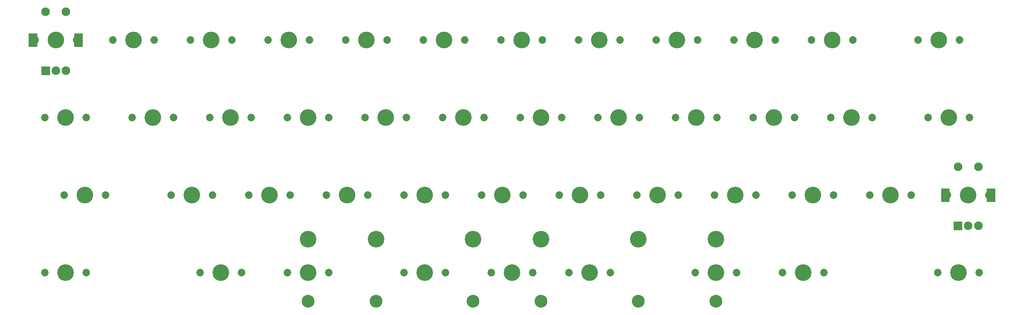
<source format=gts>
G04 #@! TF.GenerationSoftware,KiCad,Pcbnew,5.1.10-88a1d61d58~90~ubuntu20.04.1*
G04 #@! TF.CreationDate,2022-03-06T19:10:03-08:00*
G04 #@! TF.ProjectId,WKL Minivan_KiCAD,574b4c20-4d69-46e6-9976-616e5f4b6943,rev?*
G04 #@! TF.SameCoordinates,Original*
G04 #@! TF.FileFunction,Soldermask,Top*
G04 #@! TF.FilePolarity,Negative*
%FSLAX46Y46*%
G04 Gerber Fmt 4.6, Leading zero omitted, Abs format (unit mm)*
G04 Created by KiCad (PCBNEW 5.1.10-88a1d61d58~90~ubuntu20.04.1) date 2022-03-06 19:10:03*
%MOMM*%
%LPD*%
G01*
G04 APERTURE LIST*
%ADD10C,4.089800*%
%ADD11C,1.852000*%
%ADD12C,2.102000*%
%ADD13C,3.150000*%
G04 APERTURE END LIST*
D10*
X33337500Y-61087000D03*
D11*
X28257500Y-61087000D03*
X38417500Y-61087000D03*
D10*
X28575000Y-80137000D03*
D11*
X23495000Y-80137000D03*
X33655000Y-80137000D03*
D10*
X66675000Y-80137000D03*
D11*
X61595000Y-80137000D03*
X71755000Y-80137000D03*
D10*
X59531250Y-61087000D03*
D11*
X54451250Y-61087000D03*
X64611250Y-61087000D03*
D10*
X28575000Y-42037000D03*
D11*
X23495000Y-42037000D03*
X33655000Y-42037000D03*
D10*
X97631250Y-61087000D03*
D11*
X92551250Y-61087000D03*
X102711250Y-61087000D03*
G36*
G01*
X24653750Y-31594500D02*
X22653750Y-31594500D01*
G75*
G02*
X22602750Y-31543500I0J51000D01*
G01*
X22602750Y-29543500D01*
G75*
G02*
X22653750Y-29492500I51000J0D01*
G01*
X24653750Y-29492500D01*
G75*
G02*
X24704750Y-29543500I0J-51000D01*
G01*
X24704750Y-31543500D01*
G75*
G02*
X24653750Y-31594500I-51000J0D01*
G01*
G37*
D12*
X26153750Y-30543500D03*
X28653750Y-30543500D03*
G36*
G01*
X21553750Y-24694500D02*
X19553750Y-24694500D01*
G75*
G02*
X19502750Y-24643500I0J51000D01*
G01*
X19502750Y-21443500D01*
G75*
G02*
X19553750Y-21392500I51000J0D01*
G01*
X21553750Y-21392500D01*
G75*
G02*
X21604750Y-21443500I0J-51000D01*
G01*
X21604750Y-24643500D01*
G75*
G02*
X21553750Y-24694500I-51000J0D01*
G01*
G37*
G36*
G01*
X32753750Y-24694500D02*
X30753750Y-24694500D01*
G75*
G02*
X30702750Y-24643500I0J51000D01*
G01*
X30702750Y-21443500D01*
G75*
G02*
X30753750Y-21392500I51000J0D01*
G01*
X32753750Y-21392500D01*
G75*
G02*
X32804750Y-21443500I0J-51000D01*
G01*
X32804750Y-24643500D01*
G75*
G02*
X32753750Y-24694500I-51000J0D01*
G01*
G37*
X23653750Y-16043500D03*
X28653750Y-16043500D03*
G36*
G01*
X248554750Y-69694500D02*
X246554750Y-69694500D01*
G75*
G02*
X246503750Y-69643500I0J51000D01*
G01*
X246503750Y-67643500D01*
G75*
G02*
X246554750Y-67592500I51000J0D01*
G01*
X248554750Y-67592500D01*
G75*
G02*
X248605750Y-67643500I0J-51000D01*
G01*
X248605750Y-69643500D01*
G75*
G02*
X248554750Y-69694500I-51000J0D01*
G01*
G37*
X250054750Y-68643500D03*
X252554750Y-68643500D03*
G36*
G01*
X245454750Y-62794500D02*
X243454750Y-62794500D01*
G75*
G02*
X243403750Y-62743500I0J51000D01*
G01*
X243403750Y-59543500D01*
G75*
G02*
X243454750Y-59492500I51000J0D01*
G01*
X245454750Y-59492500D01*
G75*
G02*
X245505750Y-59543500I0J-51000D01*
G01*
X245505750Y-62743500D01*
G75*
G02*
X245454750Y-62794500I-51000J0D01*
G01*
G37*
G36*
G01*
X256654750Y-62794500D02*
X254654750Y-62794500D01*
G75*
G02*
X254603750Y-62743500I0J51000D01*
G01*
X254603750Y-59543500D01*
G75*
G02*
X254654750Y-59492500I51000J0D01*
G01*
X256654750Y-59492500D01*
G75*
G02*
X256705750Y-59543500I0J-51000D01*
G01*
X256705750Y-62743500D01*
G75*
G02*
X256654750Y-62794500I-51000J0D01*
G01*
G37*
X247554750Y-54143500D03*
X252554750Y-54143500D03*
D10*
X138112500Y-80137000D03*
D11*
X133032500Y-80137000D03*
X143192500Y-80137000D03*
D13*
X88112600Y-87122000D03*
X188112400Y-87122000D03*
D10*
X88112600Y-71882000D03*
X188112400Y-71882000D03*
X247650000Y-80137000D03*
D11*
X242570000Y-80137000D03*
X252730000Y-80137000D03*
D10*
X209550000Y-80137000D03*
D11*
X204470000Y-80137000D03*
X214630000Y-80137000D03*
D10*
X188118750Y-80137000D03*
D11*
X183038750Y-80137000D03*
X193198750Y-80137000D03*
D10*
X157162500Y-80137000D03*
D11*
X152082500Y-80137000D03*
X162242500Y-80137000D03*
D13*
X145256250Y-87122000D03*
X169068750Y-87122000D03*
D10*
X145256250Y-71882000D03*
X169068750Y-71882000D03*
X116681250Y-80137000D03*
D11*
X111601250Y-80137000D03*
X121761250Y-80137000D03*
D13*
X104775000Y-87122000D03*
X128587500Y-87122000D03*
D10*
X104775000Y-71882000D03*
X128587500Y-71882000D03*
X88106250Y-80137000D03*
D11*
X83026250Y-80137000D03*
X93186250Y-80137000D03*
D10*
X250031250Y-61087000D03*
D11*
X244951250Y-61087000D03*
X255111250Y-61087000D03*
D10*
X230981250Y-61087000D03*
D11*
X225901250Y-61087000D03*
X236061250Y-61087000D03*
D10*
X211931250Y-61087000D03*
D11*
X206851250Y-61087000D03*
X217011250Y-61087000D03*
D10*
X192881250Y-61087000D03*
D11*
X187801250Y-61087000D03*
X197961250Y-61087000D03*
D10*
X173831250Y-61087000D03*
D11*
X168751250Y-61087000D03*
X178911250Y-61087000D03*
D10*
X154781250Y-61087000D03*
D11*
X149701250Y-61087000D03*
X159861250Y-61087000D03*
D10*
X135731250Y-61087000D03*
D11*
X130651250Y-61087000D03*
X140811250Y-61087000D03*
D10*
X116681250Y-61087000D03*
D11*
X111601250Y-61087000D03*
X121761250Y-61087000D03*
D10*
X78581250Y-61087000D03*
D11*
X73501250Y-61087000D03*
X83661250Y-61087000D03*
D10*
X245268750Y-42037000D03*
D11*
X240188750Y-42037000D03*
X250348750Y-42037000D03*
D10*
X221456250Y-42037000D03*
D11*
X216376250Y-42037000D03*
X226536250Y-42037000D03*
D10*
X202406250Y-42037000D03*
D11*
X197326250Y-42037000D03*
X207486250Y-42037000D03*
D10*
X183356250Y-42037000D03*
D11*
X178276250Y-42037000D03*
X188436250Y-42037000D03*
D10*
X164306250Y-42037000D03*
D11*
X159226250Y-42037000D03*
X169386250Y-42037000D03*
D10*
X145256250Y-42037000D03*
D11*
X140176250Y-42037000D03*
X150336250Y-42037000D03*
D10*
X126206250Y-42037000D03*
D11*
X121126250Y-42037000D03*
X131286250Y-42037000D03*
D10*
X107156250Y-42037000D03*
D11*
X102076250Y-42037000D03*
X112236250Y-42037000D03*
D10*
X88106250Y-42037000D03*
D11*
X83026250Y-42037000D03*
X93186250Y-42037000D03*
D10*
X69056250Y-42037000D03*
D11*
X63976250Y-42037000D03*
X74136250Y-42037000D03*
D10*
X50006250Y-42037000D03*
D11*
X44926250Y-42037000D03*
X55086250Y-42037000D03*
D10*
X242887500Y-22987000D03*
D11*
X237807500Y-22987000D03*
X247967500Y-22987000D03*
D10*
X216693750Y-22987000D03*
D11*
X211613750Y-22987000D03*
X221773750Y-22987000D03*
D10*
X197643750Y-22987000D03*
D11*
X192563750Y-22987000D03*
X202723750Y-22987000D03*
D10*
X178593750Y-22987000D03*
D11*
X173513750Y-22987000D03*
X183673750Y-22987000D03*
D10*
X159543750Y-22987000D03*
D11*
X154463750Y-22987000D03*
X164623750Y-22987000D03*
D10*
X140493750Y-22987000D03*
D11*
X135413750Y-22987000D03*
X145573750Y-22987000D03*
D10*
X121443750Y-22987000D03*
D11*
X116363750Y-22987000D03*
X126523750Y-22987000D03*
D10*
X102393750Y-22987000D03*
D11*
X97313750Y-22987000D03*
X107473750Y-22987000D03*
D10*
X83343750Y-22987000D03*
D11*
X78263750Y-22987000D03*
X88423750Y-22987000D03*
D10*
X64293750Y-22987000D03*
D11*
X59213750Y-22987000D03*
X69373750Y-22987000D03*
D10*
X45243750Y-22987000D03*
D11*
X40163750Y-22987000D03*
X50323750Y-22987000D03*
D10*
X26193750Y-22987000D03*
D11*
X21113750Y-22987000D03*
X31273750Y-22987000D03*
M02*

</source>
